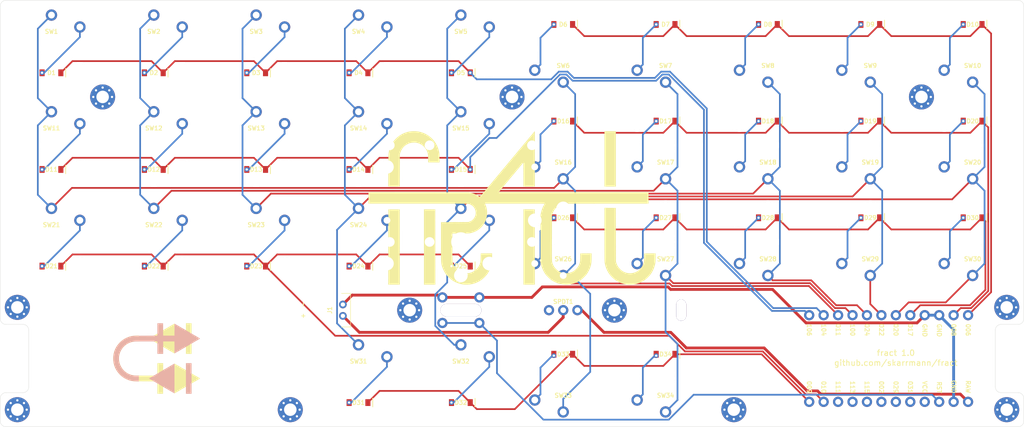
<source format=kicad_pcb>
(kicad_pcb (version 20240108) (generator "pcbnew") (generator_version "8.0")
  (title_block (title "Fract Choc") (date "2024-10-16") (rev "1.0") (company "skarrmann"))
  (layers (0 "F.Cu" signal) (31 "B.Cu" signal) (34 "B.Paste" user) (35 "F.Paste" user) (36 "B.SilkS" user "B.Silkscreen") (37 "F.SilkS" user "F.Silkscreen") (38 "B.Mask" user) (39 "F.Mask" user) (44 "Edge.Cuts" user))
  (net 0 "")
  (net 1 "GND")
  (net 2 "VCC")
  (net 3 "RESET")
  (net 4 "Net-(D1-A)")
  (net 5 "COL1")
  (net 6 "COL2")
  (net 7 "Net-(D2-A)")
  (net 8 "COL3")
  (net 9 "Net-(D3-A)")
  (net 10 "Net-(D4-A)")
  (net 11 "COL4")
  (net 12 "Net-(D5-A)")
  (net 13 "COL5")
  (net 14 "ROW5")
  (net 15 "Net-(D6-A)")
  (net 16 "ROW6")
  (net 17 "Net-(D7-A)")
  (net 18 "Net-(D8-A)")
  (net 19 "Net-(D9-A)")
  (net 20 "Net-(D10-A)")
  (net 21 "Net-(D11-A)")
  (net 22 "Net-(D12-A)")
  (net 23 "Net-(D13-A)")
  (net 24 "Net-(D14-A)")
  (net 25 "Net-(D15-A)")
  (net 26 "Net-(D16-A)")
  (net 27 "Net-(D17-A)")
  (net 28 "Net-(D18-A)")
  (net 29 "Net-(D19-A)")
  (net 30 "Net-(D20-A)")
  (net 31 "Net-(D21-A)")
  (net 32 "Net-(D22-A)")
  (net 33 "Net-(D23-A)")
  (net 34 "Net-(D24-A)")
  (net 35 "Net-(D25-A)")
  (net 36 "Net-(D26-A)")
  (net 37 "Net-(D27-A)")
  (net 38 "Net-(D28-A)")
  (net 39 "Net-(D29-A)")
  (net 40 "Net-(D30-A)")
  (net 41 "Net-(D31-A)")
  (net 42 "Net-(D32-A)")
  (net 43 "Net-(D33-A)")
  (net 44 "Net-(D34-A)")
  (net 51 "ROW7")
  (net 52 "ROW4")
  (net 53 "ROW2")
  (net 54 "ROW1")
  (net 55 "ROW3")
  (net 58 "BAT+")
  (net 60 "RAW")
  (footprint "fract-footprints:SW_Choc" (layer "F.Cu") (at 114 66 180)
    (property "Reference" "SW26")
    (property "Value" "SW_Push" (hide yes))
  )
  (footprint "fract-footprints:SW_Choc" (layer "F.Cu") (at 114 32 180)
    (property "Reference" "SW6")
    (property "Value" "SW_Push" (hide yes))
  )
  (footprint "fract-footprints:SW_Choc" (layer "F.Cu") (at 78 66)
    (property "Reference" "SW24")
    (property "Value" "SW_Push" (hide yes))
  )
  (footprint "fract-footprints:Cutout_nice!nano" (layer "F.Cu") (at 21 86.5 90)
    (property "Reference" "CUTOUT1" (hide yes))
    (property "Value" "Cutout-nice!nano" (hide yes))
  )
  (footprint "fract-footprints:SW_Choc" (layer "F.Cu") (at 60 32)
    (property "Reference" "SW3")
    (property "Value" "SW_Push" (hide yes))
  )
  (footprint "fract-footprints:D_SOD-123" (layer "F.Cu") (at 96 36.25 180)
    (property "Reference" "D5")
    (property "Value" "D" (hide yes))
  )
  (footprint "fract-footprints:D_SOD-123" (layer "F.Cu") (at 114 61.75 180)
    (property "Reference" "D26")
    (property "Value" "D" (hide yes))
  )
  (footprint "fract-footprints:D_SOD-123" (layer "F.Cu") (at 132 27.75 180)
    (property "Reference" "D7")
    (property "Value" "D" (hide yes))
  )
  (footprint "fract-footprints:JST_PH_S2B-PH-K_1x02_P2.00mm_Horizontal" (layer "F.Cu") (at 76.6 78 -90)
    (property "Reference" "J1")
    (property "Value" "Conn_01x02" (hide yes))
  )
  (footprint "fract-footprints:SW_Choc" (layer "F.Cu") (at 96 66)
    (property "Reference" "SW25")
    (property "Value" "SW_Push" (hide yes))
  )
  (footprint "fract-footprints:D_SOD-123" (layer "F.Cu") (at 60 36.25 180)
    (property "Reference" "D3")
    (property "Value" "D" (hide yes))
  )
  (footprint "fract-footprints:D_SOD-123" (layer "F.Cu") (at 42 53.25 180)
    (property "Reference" "D12")
    (property "Value" "D" (hide yes))
  )
  (footprint "fract-footprints:SW_Choc" (layer "F.Cu") (at 114 90 180)
    (property "Reference" "SW33")
    (property "Value" "SW_Push" (hide yes))
  )
  (footprint "fract-footprints:Mount_M2" (layer "F.Cu") (at 177 40.5)
    (property "Reference" "H3")
    (property "Value" "Hole_Pad" (hide yes))
  )
  (footprint "fract-footprints:SW_Choc" (layer "F.Cu") (at 114 49 180)
    (property "Reference" "SW16")
    (property "Value" "SW_Push" (hide yes))
  )
  (footprint "fract-footprints:SW_Choc" (layer "F.Cu") (at 96 32)
    (property "Reference" "SW5")
    (property "Value" "SW_Push" (hide yes))
  )
  (footprint "fract-footprints:SW_Choc" (layer "F.Cu") (at 24 49)
    (property "Reference" "SW11")
    (property "Value" "SW_Push" (hide yes))
  )
  (footprint "fract-footprints:D_SOD-123" (layer "F.Cu") (at 168 27.75 180)
    (property "Reference" "D9")
    (property "Value" "D" (hide yes))
  )
  (footprint "fract-footprints:Cutout_SW_Push_6mm" (layer "F.Cu") (at 114 78)
    (property "Reference" "CUTOUT3" (hide yes))
    (property "Value" "Cutout-BTN" (hide yes))
  )
  (footprint "fract-footprints:SW_Choc" (layer "F.Cu") (at 78 49)
    (property "Reference" "SW14")
    (property "Value" "SW_Push" (hide yes))
  )
  (footprint "fract-footprints:SW_Choc" (layer "F.Cu") (at 42 49)
    (property "Reference" "SW12")
    (property "Value" "SW_Push" (hide yes))
  )
  (footprint "fract-footprints:D_SOD-123" (layer "F.Cu") (at 168 61.75 180)
    (property "Reference" "D29")
    (property "Value" "D" (hide yes))
  )
  (footprint "fract-footprints:Mount_M2" (layer "F.Cu") (at 123 78)
    (property "Reference" "H6")
    (property "Value" "Hole_Pad" (hide yes))
  )
  (footprint "fract-footprints:Mount_M2" (layer "F.Cu") (at 33 40.5)
    (property "Reference" "H1")
    (property "Value" "Hole_Pad" (hide yes))
  )
  (footprint "fract-footprints:SW_Choc" (layer "F.Cu") (at 60 66)
    (property "Reference" "SW23")
    (property "Value" "SW_Push" (hide yes))
  )
  (footprint "fract-footprints:SW_Choc" (layer "F.Cu") (at 132 32 180)
    (property "Reference" "SW7")
    (property "Value" "SW_Push" (hide yes))
  )
  (footprint "fract-footprints:D_SOD-123" (layer "F.Cu") (at 42 36.25 180)
    (property "Reference" "D2")
    (property "Value" "D" (hide yes))
  )
  (footprint "fract-footprints:SW_Choc" (layer "F.Cu") (at 168 32 180)
    (property "Reference" "SW9")
    (property "Value" "SW_Push" (hide yes))
  )
  (footprint "fract-footprints:SW_Choc" (layer "F.Cu") (at 186 66 180)
    (property "Reference" "SW30")
    (property "Value" "SW_Push" (hide yes))
  )
  (footprint "fract-footprints:SW_Choc" (layer "F.Cu") (at 78 90)
    (property "Reference" "SW31")
    (property "Value" "SW_Push" (hide yes))
  )
  (footprint "fract-footprints:Cutout_JST_PH_S2B-PH-K_1x02_P2.00mm_Horizontal" (layer "F.Cu") (at 133.4 78 90)
    (property "Reference" "CUTOUT4" (hide yes))
    (property "Value" "Cutout-Conn" (hide yes))
  )
  (footprint "fract-footprints:D_SOD-123" (layer "F.Cu") (at 186 61.75 180)
    (property "Reference" "D30")
    (property "Value" "D" (hide yes))
  )
  (footprint "fract-footprints:SW_Choc" (layer "F.Cu") (at 150 49 180)
    (property "Reference" "SW18")
    (property "Value" "SW_Push" (hide yes))
  )
  (footprint "fract-footprints:SW_Choc" (layer "F.Cu") (at 24 66)
    (property "Reference" "SW21")
    (property "Value" "SW_Push" (hide yes))
  )
  (footprint "fract-footprints:D_SOD-123" (layer "F.Cu") (at 42 70.25 180)
    (property "Reference" "D22")
    (property "Value" "D" (hide yes))
  )
  (footprint "fract-footprints:SW_Choc" (layer "F.Cu") (at 96 90)
    (property "Reference" "SW32")
    (property "Value" "SW_Push" (hide yes))
  )
  (footprint "fract-footprints:D_SOD-123" (layer "F.Cu") (at 78 36.25 180)
    (property "Reference" "D4")
    (property "Value" "D" (hide yes))
  )
  (footprint "fract-footprints:SW_Push_6mm" (layer "F.Cu") (at 96 78 180)
    (property "Reference" "BTN1")
    (property "Value" "RESET" (hide yes))
  )
  (footprint "fract-footprints:D_SOD-123" (layer "F.Cu") (at 78 94.25 180)
    (property "Reference" "D31")
    (property "Value" "D" (hide yes))
  )
  (footprint "fract-footprints:D_SOD-123" (layer "F.Cu") (at 150 27.75 180)
    (property "Reference" "D8")
    (property "Value" "D" (hide yes))
  )
  (footprint "fract-footprints:D_SOD-123" (layer "F.Cu") (at 60 53.25 180)
    (property "Reference" "D13")
    (property "Value" "D" (hide yes))
  )
  (footprint "fract-footprints:D_SOD-123" (layer "F.Cu") (at 24 36.25 180)
    (property "Reference" "D1")
    (property "Value" "D" (hide yes))
  )
  (footprint "fract-footprints:SW_Choc" (layer "F.Cu") (at 60 49)
    (property "Reference" "SW13")
    (property "Value" "SW_Push" (hide yes))
  )
  (footprint "fract-footprints:SW_EG1218" (layer "F.Cu") (at 114 78 180)
    (property "Reference" "SPDT1")
    (property "Value" "SW_SPDT" (hide yes))
  )
  (footprint "fract-footprints:D_SOD-123" (layer "F.Cu") (at 24 70.25 180)
    (property "Reference" "D21")
    (property "Value" "D" (hide yes))
  )
  (footprint "fract-footprints:SW_Choc" (layer "F.Cu") (at 42 66)
    (property "Reference" "SW22")
    (property "Value" "SW_Push" (hide yes))
  )
  (footprint "fract-footprints:D_SOD-123" (layer "F.Cu") (at 132 85.75 180)
    (property "Reference" "D34")
    (property "Value" "D" (hide yes))
  )
  (footprint "fract-footprints:D_SOD-123" (layer "F.Cu") (at 168 44.75 180)
    (property "Reference" "D19")
    (property "Value" "D" (hide yes))
  )
  (footprint "fract-footprints:SW_Choc" (layer "F.Cu") (at 150 66 180)
    (property "Reference" "SW28")
    (property "Value" "SW_Push" (hide yes))
  )
  (footprint "fract-footprints:nice!nano" (layer "F.Cu") (at 189 86.5 -90)
    (property "Reference" "U1" (hide yes))
    (property "Value" "nice!nano" (hide yes))
  )
  (footprint "fract-footprints:Mount_M2" (layer "F.Cu") (at 66 95.5)
    (property "Reference" "H9")
    (property "Value" "Hole_Pad" (hide yes))
  )
  (footprint "fract-footprints:D_SOD-123" (layer "F.Cu") (at 96 53.25 180)
    (property "Reference" "D15")
    (property "Value" "D" (hide yes))
  )
  (footprint "fract-footprints:Logo_Fract_Name" (layer "F.Cu") (at 105 60)
    (property "Reference" "LOGO3" (hide yes))
    (property "Value" "Logo-Name" (hide yes))
  )
  (footprint "fract-footprints:D_SOD-123" (layer "F.Cu") (at 60 70.25 180)
    (property "Reference" "D23")
    (property "Value" "D" (hide yes))
  )
  (footprint "fract-footprints:Mount_M2" (layer "F.Cu") (at 105 40.5)
    (property "Reference" "H2")
    (property "Value" "Hole_Pad" (hide yes))
  )
  (footprint "fract-footprints:D_SOD-123" (layer "F.Cu") (at 114 44.75 180)
    (property "Reference" "D16")
    (property "Value" "D" (hide yes))
  )
  (footprint "fract-footprints:D_SOD-123" (layer "F.Cu") (at 150 61.75 180)
    (property "Reference" "D28")
    (property "Value" "D" (hide yes))
  )
  (footprint "fract-footprints:Mount_M2" (layer "F.Cu") (at 192 77.5)
    (property "Reference" "H7")
    (property "Value" "Hole_Pad" (hide yes))
  )
  (footprint "fract-footprints:SW_Choc" (layer "F.Cu") (at 132 90 180)
    (property "Reference" "SW34")
    (property "Value" "SW_Push" (hide yes))
  )
  (footprint "fract-footprints:Cutout_SW_EG1218" (layer "F.Cu") (at 96 78 180)
    (property "Reference" "CUTOUT2" (hide yes))
    (property "Value" "Cutout-SW_SPDT" (hide yes))
  )
  (footprint "fract-footprints:SW_Choc" (layer "F.Cu") (at 186 32 180)
    (property "Reference" "SW10")
    (property "Value" "SW_Push" (hide yes))
  )
  (footprint "fract-footprints:Mount_M2" (layer "F.Cu") (at 192 95.5)
    (property "Reference" "H11")
    (property "Value" "Hole_Pad" (hide yes))
  )
  (footprint "fract-footprints:D_SOD-123" (layer "F.Cu") (at 96 94.25 180)
    (property "Reference" "D32")
    (property "Value" "D" (hide yes))
  )
  (footprint "fract-footprints:D_SOD-123" (layer "F.Cu") (at 132 61.75 180)
    (property "Reference" "D27")
    (property "Value" "D" (hide yes))
  )
  (footprint "fract-footprints:SW_Choc" (layer "F.Cu") (at 132 49 180)
    (property "Reference" "SW17")
    (property "Value" "SW_Push" (hide yes))
  )
  (footprint "fract-footprints:D_SOD-123" (layer "F.Cu") (at 114 85.75 180)
    (property "Reference" "D33")
    (property "Value" "D" (hide yes))
  )
  (footprint "fract-footprints:Logo_Fract" (layer "F.Cu") (at 42.5 86.5 90)
    (property "Reference" "LOGO1" (hide yes))
    (property "Value" "Logo" (hide yes))
  )
  (footprint "fract-footprints:SW_Choc" (layer "F.Cu") (at 96 49)
    (property "Reference" "SW15")
    (property "Value" "SW_Push" (hide yes))
  )
  (footprint "fract-footprints:SW_Choc" (layer "F.Cu") (at 168 66 180)
    (property "Reference" "SW29")
    (property "Value" "SW_Push" (hide yes))
  )
  (footprint "fract-footprints:SW_Choc" (layer "F.Cu") (at 78 32)
    (property "Reference" "SW4")
    (property "Value" "SW_Push" (hide yes))
  )
  (footprint "fract-footprints:D_SOD-123" (layer "F.Cu") (at 114 27.75 180)
    (property "Reference" "D6")
    (property "Value" "D" (hide yes))
  )
  (footprint "fract-footprints:SW_Choc" (layer "F.Cu") (at 42 32)
    (property "Reference" "SW2")
    (property "Value" "SW_Push" (hide yes))
  )
  (footprint "fract-footprints:Mount_M2" (layer "F.Cu") (at 144 95.5)
    (property "Reference" "H10")
    (property "Value" "Hole_Pad" (hide yes))
  )
  (footprint "fract-footprints:Mount_M2" (layer "F.Cu") (at 18 77.5)
    (property "Reference" "H4")
    (property "Value" "Hole_Pad" (hide yes))
  )
  (footprint "fract-footprints:SW_Choc" (layer "F.Cu") (at 132 66 180)
    (property "Reference" "SW27")
    (property "Value" "SW_Push" (hide yes))
  )
  (footprint "fract-footprints:D_SOD-123" (layer "F.Cu") (at 186 44.75 180)
    (property "Reference" "D20")
    (property "Value" "D" (hide yes))
  )
  (footprint "fract-footprints:D_SOD-123" (layer "F.Cu") (at 150 44.75 180)
    (property "Reference" "D18")
    (property "Value" "D" (hide yes))
  )
  (footprint "fract-footprints:D_SOD-123" (layer "F.Cu") (at 24 53.25 180)
    (property "Reference" "D11")
    (property "Value" "D" (hide yes))
  )
  (footprint "fract-footprints:D_SOD-123" (layer "F.Cu") (at 78 53.25 180)
    (property "Reference" "D14")
    (property "Value" "D" (hide yes))
  )
  (footprint "fract-footprints:SW_Choc" (layer "F.Cu") (at 150 32 180)
    (property "Reference" "SW8")
    (property "Value" "SW_Push" (hide yes))
  )
  (footprint "fract-footprints:D_SOD-123" (layer "F.Cu") (at 186 27.75 180)
    (property "Reference" "D10")
    (property "Value" "D" (hide yes))
  )
  (footprint "fract-footprints:SW_Choc" (layer "F.Cu") (at 24 32)
    (property "Reference" "SW1")
    (property "Value" "SW_Push" (hide yes))
  )
  (footprint "fract-footprints:SW_Choc" (layer "F.Cu") (at 168 49 180)
    (property "Reference" "SW19")
    (property "Value" "SW_Push" (hide yes))
  )
  (footprint "fract-footprints:Mount_M2" (layer "F.Cu") (at 18 95.5)
    (property "Reference" "H8")
    (property "Value" "Hole_Pad" (hide yes))
  )
  (footprint "fract-footprints:D_SOD-123" (layer "F.Cu") (at 96 70.25 180)
    (property "Reference" "D25")
    (property "Value" "D" (hide yes))
  )
  (footprint "fract-footprints:SW_Choc" (layer "F.Cu") (at 186 49 180)
    (property "Reference" "SW20")
    (property "Value" "SW_Push" (hide yes))
  )
  (footprint "fract-footprints:D_SOD-123" (layer "F.Cu") (at 78 70.25 180)
    (property "Reference" "D24")
    (property "Value" "D" (hide yes))
  )
  (footprint "fract-footprints:D_SOD-123" (layer "F.Cu") (at 132 44.75 180)
    (property "Reference" "D17")
    (property "Value" "D" (hide yes))
  )
  (footprint "fract-footprints:Mount_M2" (layer "F.Cu") (at 87 78)
    (property "Reference" "H5")
    (property "Value" "Hole_Pad" (hide yes))
  )
  (footprint "fract-footprints:Logo_Fract" (layer "B.Cu") (at 42.5 86.5 -90)
    (property "Reference" "LOGO2" (hide yes))
    (property "Value" "Logo" (hide yes))
  )
  (gr_line (start 16 80.5) (end 19 80.5) (stroke (width 0.05)) (layer "Edge.Cuts"))
  (gr_line (start 19 92.5) (end 16 92.5) (stroke (width 0.05)) (layer "Edge.Cuts"))
  (gr_line (start 15 24.5) (end 15 79.5) (stroke (width 0.05)) (layer "Edge.Cuts"))
  (gr_arc (start 15 93.5) (mid 15.292893 92.792893) (end 16 92.5) (stroke (width 0.05)) (layer "Edge.Cuts"))
  (gr_arc (start 15 24.5) (mid 15.292893 23.792893) (end 16 23.5) (stroke (width 0.05)) (layer "Edge.Cuts"))
  (gr_arc (start 195 79.5) (mid 194.707107 80.207107) (end 194 80.5) (stroke (width 0.05)) (layer "Edge.Cuts"))
  (gr_arc (start 195 97.5) (mid 194.707107 98.207107) (end 194 98.5) (stroke (width 0.05)) (layer "Edge.Cuts"))
  (gr_arc (start 194 92.5) (mid 194.707107 92.792893) (end 195 93.5) (stroke (width 0.05)) (layer "Edge.Cuts"))
  (gr_arc (start 191 92.5) (mid 190.292893 92.207107) (end 190 91.5) (stroke (width 0.05)) (layer "Edge.Cuts"))
  (gr_line (start 195 93.5) (end 195 97.5) (stroke (width 0.05)) (layer "Edge.Cuts"))
  (gr_line (start 194 98.5) (end 16 98.5) (stroke (width 0.05)) (layer "Edge.Cuts"))
  (gr_line (start 194 23.5) (end 16 23.5) (stroke (width 0.05)) (layer "Edge.Cuts"))
  (gr_arc (start 20 91.5) (mid 19.707107 92.207107) (end 19 92.5) (stroke (width 0.05)) (layer "Edge.Cuts"))
  (gr_line (start 194 92.5) (end 191 92.5) (stroke (width 0.05)) (layer "Edge.Cuts"))
  (gr_arc (start 16 98.5) (mid 15.292893 98.207107) (end 15 97.5) (stroke (width 0.05)) (layer "Edge.Cuts"))
  (gr_arc (start 19 80.5) (mid 19.707107 80.792893) (end 20 81.5) (stroke (width 0.05)) (layer "Edge.Cuts"))
  (gr_arc (start 16 80.5) (mid 15.292893 80.207107) (end 15 79.5) (stroke (width 0.05)) (layer "Edge.Cuts"))
  (gr_line (start 190 91.5) (end 190 81.5) (stroke (width 0.05)) (layer "Edge.Cuts"))
  (gr_line (start 191 80.5) (end 194 80.5) (stroke (width 0.05)) (layer "Edge.Cuts"))
  (gr_arc (start 190 81.5) (mid 190.292893 80.792893) (end 191 80.5) (stroke (width 0.05)) (layer "Edge.Cuts"))
  (gr_line (start 195 79.5) (end 195 24.5) (stroke (width 0.05)) (layer "Edge.Cuts"))
  (gr_line (start 20 81.5) (end 20 91.5) (stroke (width 0.05)) (layer "Edge.Cuts"))
  (gr_line (start 15 93.5) (end 15 97.5) (stroke (width 0.05)) (layer "Edge.Cuts"))
  (gr_arc (start 194 23.5) (mid 194.707107 23.792893) (end 195 24.5) (stroke (width 0.05)) (layer "Edge.Cuts"))
  (gr_text "github.com/skarrmann/fract" (at 172.5 87.85 0) (layer "F.SilkS") (effects (font (size 1 1)) (justify bottom)))
  (gr_text "fract 1.0" (at 172.5 86.1 0) (layer "F.SilkS") (effects (font (size 1 1)) (justify bottom)))
  (segment (start 110.333705 73.903553) (end 108.487258 75.75) (width 0.5) (layer "F.Cu") (net 1))
  (segment (start 92.75 75.75) (end 99.25 75.75) (width 0.5) (layer "F.Cu") (net 1))
  (segment (start 132.447919 73.903553) (end 110.333705 73.903553) (width 0.5) (layer "F.Cu") (net 1))
  (segment (start 176.23 80.23) (end 156.700811 80.23) (width 0.5) (layer "F.Cu") (net 1))
  (segment (start 92.75 75.75) (end 92.35 75.35) (width 0.5) (layer "F.Cu") (net 1))
  (segment (start 132.894366 74.35) (end 132.447919 73.903553) (width 0.5) (layer "F.Cu") (net 1))
  (segment (start 92.35 75.35) (end 76.9 75.35) (width 0.5) (layer "F.Cu") (net 1))
  (segment (start 156.700811 80.23) (end 150.820811 74.35) (width 0.5) (layer "F.Cu") (net 1))
  (segment (start 108.487258 75.75) (end 99.25 75.75) (width 0.5) (layer "F.Cu") (net 1))
  (segment (start 177.58 78.88) (end 176.23 80.23) (width 0.5) (layer "F.Cu") (net 1))
  (segment (start 150.820811 74.35) (end 132.894366 74.35) (width 0.5) (layer "F.Cu") (net 1))
  (segment (start 76.9 75.35) (end 75.25 77) (width 0.5) (layer "F.Cu") (net 1))
  (segment (start 177.58 78.88) (end 180.12 78.88) (width 0.5) (layer "B.Cu") (net 1))
  (segment (start 182.66 94.12) (end 182.66 81.42) (width 0.5) (layer "B.Cu") (net 1))
  (segment (start 182.66 81.42) (end 180.12 78.88) (width 0.5) (layer "B.Cu") (net 1))
  (segment (start 110.517767 97.25) (end 102.35 89.082233) (width 0.3) (layer "B.Cu") (net 3))
  (segment (start 180.12 94.12) (end 178.87 92.87) (width 0.3) (layer "B.Cu") (net 3))
  (segment (start 136.939189 92.87) (end 132.559189 97.25) (width 0.3) (layer "B.Cu") (net 3))
  (segment (start 132.559189 97.25) (end 110.517767 97.25) (width 0.3) (layer "B.Cu") (net 3))
  (segment (start 102.35 83.35) (end 99.25 80.25) (width 0.3) (layer "B.Cu") (net 3))
  (segment (start 178.87 92.87) (end 136.939189 92.87) (width 0.3) (layer "B.Cu") (net 3))
  (segment (start 92.75 80.25) (end 99.25 80.25) (width 0.3) (layer "B.Cu") (net 3))
  (segment (start 102.35 89.082233) (end 102.35 83.35) (width 0.3) (layer "B.Cu") (net 3))
  (via (at 22.35 36.25) (size 0.8) (drill 0.4) (layers "F.Cu" "B.Cu") (net 4))
  (segment (start 29 28.2) (end 29 29.969848) (width 0.3) (layer "B.Cu") (net 4))
  (segment (start 29 29.969848) (end 22.719848 36.25) (width 0.3) (layer "B.Cu") (net 4))
  (segment (start 22.719848 36.25) (end 22.35 36.25) (width 0.3) (layer "B.Cu") (net 4))
  (segment (start 27.6 56.5) (end 112.4 56.5) (width 0.3) (layer "F.Cu") (net 5))
  (segment (start 162.34 78.88) (end 157.21 73.75) (width 0.3) (layer "F.Cu") (net 5))
  (segment (start 115.403553 73.303553) (end 114 71.9) (width 0.3) (layer "F.Cu") (net 5))
  (segment (start 24 60.1) (end 27.6 56.5) (width 0.3) (layer "F.Cu") (net 5))
  (segment (start 133.142894 73.75) (end 132.696447 73.303553) (width 0.3) (layer "F.Cu") (net 5))
  (segment (start 157.21 73.75) (end 133.142894 73.75) (width 0.3) (layer "F.Cu") (net 5))
  (segment (start 112.4 56.5) (end 114 54.9) (width 0.3) (layer "F.Cu") (net 5))
  (segment (start 132.696447 73.303553) (end 115.403553 73.303553) (width 0.3) (layer "F.Cu") (net 5))
  (segment (start 21.6 57.7) (end 21.6 45.5) (width 0.3) (layer "B.Cu") (net 5))
  (segment (start 21.6 28.5) (end 24 26.1) (width 0.3) (layer "B.Cu") (net 5))
  (segment (start 116.1 52.8) (end 114 54.9) (width 0.3) (layer "B.Cu") (net 5))
  (segment (start 114 54.9) (end 116.1 57) (width 0.3) (layer "B.Cu") (net 5))
  (segment (start 21.6 40.7) (end 21.6 28.5) (width 0.3) (layer "B.Cu") (net 5))
  (segment (start 114 37.9) (end 116.1 40) (width 0.3) (layer "B.Cu") (net 5))
  (segment (start 24 43.1) (end 21.6 40.7) (width 0.3) (layer "B.Cu") (net 5))
  (segment (start 118.75 88.85) (end 114 93.6) (width 0.3) (layer "B.Cu") (net 5))
  (segment (start 116.1 69.8) (end 114 71.9) (width 0.3) (layer "B.Cu") (net 5))
  (segment (start 116.1 40) (end 116.1 52.8) (width 0.3) (layer "B.Cu") (net 5))
  (segment (start 21.6 45.5) (end 24 43.1) (width 0.3) (layer "B.Cu") (net 5))
  (segment (start 118.75 75.12868) (end 118.75 88.85) (width 0.3) (layer "B.Cu") (net 5))
  (segment (start 115.52132 71.9) (end 118.75 75.12868) (width 0.3) (layer "B.Cu") (net 5))
  (segment (start 114 71.9) (end 115.52132 71.9) (width 0.3) (layer "B.Cu") (net 5))
  (segment (start 116.1 57) (end 116.1 69.8) (width 0.3) (layer "B.Cu") (net 5))
  (segment (start 114 93.6) (end 114 95.9) (width 0.3) (layer "B.Cu") (net 5))
  (segment (start 24 60.1) (end 21.6 57.7) (width 0.3) (layer "B.Cu") (net 5))
  (segment (start 157.417106 73.25) (end 133.35 73.25) (width 0.3) (layer "F.Cu") (net 6))
  (segment (start 163.63 77.63) (end 161.797106 77.63) (width 0.3) (layer "F.Cu") (net 6))
  (segment (start 164.88 78.88) (end 163.63 77.63) (width 0.3) (layer "F.Cu") (net 6))
  (segment (start 129.9 57) (end 132 54.9) (width 0.3) (layer "F.Cu") (net 6))
  (segment (start 161.797106 77.63) (end 157.417106 73.25) (width 0.3) (layer "F.Cu") (net 6))
  (segment (start 45.1 57) (end 129.9 57) (width 0.3) (layer "F.Cu") (net 6))
  (segment (start 42 60.1) (end 45.1 57) (width 0.3) (layer "F.Cu") (net 6))
  (segment (start 133.35 73.25) (end 132 71.9) (width 0.3) (layer "F.Cu") (net 6))
  (segment (start 132 81.837258) (end 134.1 83.937258) (width 0.3) (layer "B.Cu") (net 6))
  (segment (start 134.1 40) (end 134.1 52.8) (width 0.3) (layer "B.Cu") (net 6))
  (segment (start 134.1 93.8) (end 132 95.9) (width 0.3) (layer "B.Cu") (net 6))
  (segment (start 132 54.9) (end 134.1 57) (width 0.3) (layer "B.Cu") (net 6))
  (segment (start 132 71.9) (end 132 81.837258) (width 0.3) (layer "B.Cu") (net 6))
  (segment (start 39.6 45.5) (end 42 43.1) (width 0.3) (layer "B.Cu") (net 6))
  (segment (start 39.6 57.7) (end 39.6 45.5) (width 0.3) (layer "B.Cu") (net 6))
  (segment (start 134.1 83.937258) (end 134.1 93.8) (width 0.3) (layer "B.Cu") (net 6))
  (segment (start 39.6 28.5) (end 42 26.1) (width 0.3) (layer "B.Cu") (net 6))
  (segment (start 134.1 69.8) (end 132 71.9) (width 0.3) (layer "B.Cu") (net 6))
  (segment (start 134.1 52.8) (end 132 54.9) (width 0.3) (layer "B.Cu") (net 6))
  (segment (start 134.1 57) (end 134.1 69.8) (width 0.3) (layer "B.Cu") (net 6))
  (segment (start 39.6 40.7) (end 39.6 28.5) (width 0.3) (layer "B.Cu") (net 6))
  (segment (start 132 37.9) (end 134.1 40) (width 0.3) (layer "B.Cu") (net 6))
  (segment (start 42 60.1) (end 39.6 57.7) (width 0.3) (layer "B.Cu") (net 6))
  (segment (start 42 43.1) (end 39.6 40.7) (width 0.3) (layer "B.Cu") (net 6))
  (via (at 40.35 36.25) (size 0.8) (drill 0.4) (layers "F.Cu" "B.Cu") (net 7))
  (segment (start 47 28.2) (end 47 29.969848) (width 0.3) (layer "B.Cu") (net 7))
  (segment (start 47 29.969848) (end 40.719848 36.25) (width 0.3) (layer "B.Cu") (net 7))
  (segment (start 40.719848 36.25) (end 40.35 36.25) (width 0.3) (layer "B.Cu") (net 7))
  (segment (start 165.67 77.13) (end 162.004212 77.13) (width 0.3) (layer "F.Cu") (net 8))
  (segment (start 167.42 78.88) (end 165.67 77.13) (width 0.3) (layer "F.Cu") (net 8))
  (segment (start 150.85 72.75) (end 150 71.9) (width 0.3) (layer "F.Cu") (net 8))
  (segment (start 160.287106 75.412893) (end 157.624213 72.75) (width 0.3) (layer "F.Cu") (net 8))
  (segment (start 162.004212 77.13) (end 160.287106 75.412894) (width 0.3) (layer "F.Cu") (net 8))
  (segment (start 147.4 57.5) (end 150 54.9) (width 0.3) (layer "F.Cu") (net 8))
  (segment (start 62.6 57.5) (end 147.4 57.5) (width 0.3) (layer "F.Cu") (net 8))
  (segment (start 60 60.1) (end 62.6 57.5) (width 0.3) (layer "F.Cu") (net 8))
  (segment (start 157.624213 72.75) (end 150.85 72.75) (width 0.3) (layer "F.Cu") (net 8))
  (segment (start 160.287106 75.412894) (end 160.287106 75.412893) (width 0.3) (layer "F.Cu") (net 8))
  (segment (start 152.1 57) (end 152.1 69.8) (width 0.3) (layer "B.Cu") (net 8))
  (segment (start 152.1 69.8) (end 150 71.9) (width 0.3) (layer "B.Cu") (net 8))
  (segment (start 57.6 40.7) (end 57.6 28.5) (width 0.3) (layer "B.Cu") (net 8))
  (segment (start 57.6 28.5) (end 60 26.1) (width 0.3) (layer "B.Cu") (net 8))
  (segment (start 57.6 57.7) (end 57.6 45.5) (width 0.3) (layer "B.Cu") (net 8))
  (segment (start 150 54.9) (end 152.1 57) (width 0.3) (layer "B.Cu") (net 8))
  (segment (start 60 43.1) (end 57.6 40.7) (width 0.3) (layer "B.Cu") (net 8))
  (segment (start 152.1 52.8) (end 150 54.9) (width 0.3) (layer "B.Cu") (net 8))
  (segment (start 152.1 40) (end 152.1 52.8) (width 0.3) (layer "B.Cu") (net 8))
  (segment (start 60 60.1) (end 57.6 57.7) (width 0.3) (layer "B.Cu") (net 8))
  (segment (start 150 37.9) (end 152.1 40) (width 0.3) (layer "B.Cu") (net 8))
  (segment (start 57.6 45.5) (end 60 43.1) (width 0.3) (layer "B.Cu") (net 8))
  (via (at 58.35 36.25) (size 0.8) (drill 0.4) (layers "F.Cu" "B.Cu") (net 9))
  (segment (start 58.719848 36.25) (end 58.35 36.25) (width 0.3) (layer "B.Cu") (net 9))
  (segment (start 65 29.969848) (end 58.719848 36.25) (width 0.3) (layer "B.Cu") (net 9))
  (segment (start 65 28.2) (end 65 29.969848) (width 0.3) (layer "B.Cu") (net 9))
  (via (at 76.35 36.25) (size 0.8) (drill 0.4) (layers "F.Cu" "B.Cu") (net 10))
  (segment (start 76.719848 36.25) (end 76.35 36.25) (width 0.3) (layer "B.Cu") (net 10))
  (segment (start 83 28.2) (end 83 29.969848) (width 0.3) (layer "B.Cu") (net 10))
  (segment (start 83 29.969848) (end 76.719848 36.25) (width 0.3) (layer "B.Cu") (net 10))
  (segment (start 169.96 78.88) (end 168 76.92) (width 0.3) (layer "F.Cu") (net 11))
  (segment (start 164.9 58) (end 168 54.9) (width 0.3) (layer "F.Cu") (net 11))
  (segment (start 80.1 58) (end 164.9 58) (width 0.3) (layer "F.Cu") (net 11))
  (segment (start 78 60.1) (end 80.1 58) (width 0.3) (layer "F.Cu") (net 11))
  (segment (start 168 76.92) (end 168 71.9) (width 0.3) (layer "F.Cu") (net 11))
  (segment (start 78 43.1) (end 75.6 40.7) (width 0.3) (layer "B.Cu") (net 11))
  (segment (start 75.6 40.7) (end 75.6 28.5) (width 0.3) (layer "B.Cu") (net 11))
  (segment (start 170.1 52.8) (end 168 54.9) (width 0.3) (layer "B.Cu") (net 11))
  (segment (start 74.225 63.875) (end 74.225 80.325) (width 0.3) (layer "B.Cu") (net 11))
  (segment (start 78 60.1) (end 74.225 63.875) (width 0.3) (layer "B.Cu") (net 11))
  (segment (start 74.225 80.325) (end 78 84.1) (width 0.3) (layer "B.Cu") (net 11))
  (segment (start 170.1 57) (end 170.1 69.8) (width 0.3) (layer "B.Cu") (net 11))
  (segment (start 168 54.9) (end 170.1 57) (width 0.3) (layer "B.Cu") (net 11))
  (segment (start 168 37.9) (end 170.1 40) (width 0.3) (layer "B.Cu") (net 11))
  (segment (start 78 60.1) (end 75.6 57.7) (width 0.3) (layer "B.Cu") (net 11))
  (segment (start 75.6 45.5) (end 78 43.1) (width 0.3) (layer "B.Cu") (net 11))
  (segment (start 75.6 28.5) (end 78 26.1) (width 0.3) (layer "B.Cu") (net 11))
  (segment (start 170.1 40) (end 170.1 52.8) (width 0.3) (layer "B.Cu") (net 11))
  (segment (start 75.6 57.7) (end 75.6 45.5) (width 0.3) (layer "B.Cu") (net 11))
  (segment (start 170.1 69.8) (end 168 71.9) (width 0.3) (layer "B.Cu") (net 11))
  (via (at 94.35 36.25) (size 0.8) (drill 0.4) (layers "F.Cu" "B.Cu") (net 12))
  (segment (start 101 29.969848) (end 94.719848 36.25) (width 0.3) (layer "B.Cu") (net 12))
  (segment (start 101 28.2) (end 101 29.969848) (width 0.3) (layer "B.Cu") (net 12))
  (segment (start 94.719848 36.25) (end 94.35 36.25) (width 0.3) (layer "B.Cu") (net 12))
  (segment (start 97.6 58.5) (end 182.4 58.5) (width 0.3) (layer "F.Cu") (net 13))
  (segment (start 174.75 76.63) (end 181.27 76.63) (width 0.3) (layer "F.Cu") (net 13))
  (segment (start 172.5 78.88) (end 174.75 76.63) (width 0.3) (layer "F.Cu") (net 13))
  (segment (start 181.27 76.63) (end 186 71.9) (width 0.3) (layer "F.Cu") (net 13))
  (segment (start 96 60.1) (end 97.6 58.5) (width 0.3) (layer "F.Cu") (net 13))
  (segment (start 182.4 58.5) (end 186 54.9) (width 0.3) (layer "F.Cu") (net 13))
  (segment (start 186 54.9) (end 188.1 57) (width 0.3) (layer "B.Cu") (net 13))
  (segment (start 96 43.1) (end 93.6 40.7) (width 0.3) (layer "B.Cu") (net 13))
  (segment (start 188.1 52.8) (end 186 54.9) (width 0.3) (layer "B.Cu") (net 13))
  (segment (start 96 60.1) (end 93.6 62.5) (width 0.3) (layer "B.Cu") (net 13))
  (segment (start 91.5 80.767767) (end 94.832233 84.1) (width 0.3) (layer "B.Cu") (net 13))
  (segment (start 91.5 75.232233) (end 91.5 80.767767) (width 0.3) (layer "B.Cu") (net 13))
  (segment (start 93.6 45.5) (end 96 43.1) (width 0.3) (layer "B.Cu") (net 13))
  (segment (start 93.6 40.7) (end 93.6 28.5) (width 0.3) (layer "B.Cu") (net 13))
  (segment (start 93.6 28.5) (end 96 26.1) (width 0.3) (layer "B.Cu") (net 13))
  (segment (start 93.6 73.132233) (end 91.5 75.232233) (width 0.3) (layer "B.Cu") (net 13))
  (segment (start 96 60.1) (end 93.6 57.7) (width 0.3) (layer "B.Cu") (net 13))
  (segment (start 93.6 57.7) (end 93.6 45.5) (width 0.3) (layer "B.Cu") (net 13))
  (segment (start 188.1 57) (end 188.1 69.8) (width 0.3) (layer "B.Cu") (net 13))
  (segment (start 186 37.9) (end 188.1 40) (width 0.3) (layer "B.Cu") (net 13))
  (segment (start 94.832233 84.1) (end 96 84.1) (width 0.3) (layer "B.Cu") (net 13))
  (segment (start 188.1 40) (end 188.1 52.8) (width 0.3) (layer "B.Cu") (net 13))
  (segment (start 188.1 69.8) (end 186 71.9) (width 0.3) (layer "B.Cu") (net 13))
  (segment (start 93.6 62.5) (end 93.6 73.132233) (width 0.3) (layer "B.Cu") (net 13))
  (segment (start 149.623553 85.776447) (end 149.423553 85.576446) (width 0.3) (layer "F.Cu") (net 14))
  (segment (start 73.9 82.5) (end 61.65 70.25) (width 0.3) (layer "F.Cu") (net 14))
  (segment (start 43.65 70.25) (end 45.7 68.2) (width 0.3) (layer "F.Cu") (net 14))
  (segment (start 135.412742 85.25) (end 132.662742 82.5) (width 0.3) (layer "F.Cu") (net 14))
  (segment (start 149.423553 85.576446) (end 149.097107 85.25) (width 0.3) (layer "F.Cu") (net 14))
  (segment (start 45.7 68.2) (end 59.6 68.2) (width 0.3) (layer "F.Cu") (net 14))
  (segment (start 25.65 70.25) (end 27.7 68.2) (width 0.3) (layer "F.Cu") (net 14))
  (segment (start 63.7 68.2) (end 77.6 68.2) (width 0.3) (layer "F.Cu") (net 14))
  (segment (start 156.647106 92.8) (end 149.623553 85.776447) (width 0.3) (layer "F.Cu") (net 14))
  (segment (start 41.6 68.2) (end 43.65 70.25) (width 0.3) (layer "F.Cu") (net 14))
  (segment (start 59.6 68.2) (end 61.65 70.25) (width 0.3) (layer "F.Cu") (net 14))
  (segment (start 149.097107 85.25) (end 135.412742 85.25) (width 0.3) (layer "F.Cu") (net 14))
  (segment (start 132.662742 82.5) (end 73.9 82.5) (width 0.3) (layer "F.Cu") (net 14))
  (segment (start 77.6 68.2) (end 79.65 70.25) (width 0.3) (layer "F.Cu") (net 14))
  (segment (start 27.7 68.2) (end 41.6 68.2) (width 0.3) (layer "F.Cu") (net 14))
  (segment (start 79.65 70.25) (end 81.7 68.2) (width 0.3) (layer "F.Cu") (net 14))
  (segment (start 61.65 70.25) (end 63.7 68.2) (width 0.3) (layer "F.Cu") (net 14))
  (segment (start 95.6 68.2) (end 97.65 70.25) (width 0.3) (layer "F.Cu") (net 14))
  (segment (start 158.48 92.8) (end 156.647106 92.8) (width 0.3) (layer "F.Cu") (net 14))
  (segment (start 81.7 68.2) (end 95.6 68.2) (width 0.3) (layer "F.Cu") (net 14))
  (segment (start 159.8 94.12) (end 158.48 92.8) (width 0.3) (layer "F.Cu") (net 14))
  (via (at 112.35 27.75) (size 0.8) (drill 0.4) (layers "F.Cu" "B.Cu") (net 15))
  (segment (start 109 35.8) (end 110 34.8) (width 0.3) (layer "B.Cu") (net 15))
  (segment (start 110 34.8) (end 110 30.1) (width 0.3) (layer "B.Cu") (net 15))
  (segment (start 110 30.1) (end 112.35 27.75) (width 0.3) (layer "B.Cu") (net 15))
  (segment (start 153.7 63.8) (end 151.65 61.75) (width 0.3) (layer "F.Cu") (net 16))
  (segment (start 135.7 63.8) (end 133.65 61.75) (width 0.3) (layer "F.Cu") (net 16))
  (segment (start 117.7 63.8) (end 115.65 61.75) (width 0.3) (layer "F.Cu") (net 16))
  (segment (start 187.65 61.75) (end 185.6 63.8) (width 0.3) (layer "F.Cu") (net 16))
  (segment (start 188.25 74.415788) (end 188.25 62.35) (width 0.3) (layer "F.Cu") (net 16))
  (segment (start 171.7 63.8) (end 169.65 61.75) (width 0.3) (layer "F.Cu") (net 16))
  (segment (start 176.79 77.13) (end 185.535788 77.13) (width 0.3) (layer "F.Cu") (net 16))
  (segment (start 167.6 63.8) (end 153.7 63.8) (width 0.3) (layer "F.Cu") (net 16))
  (segment (start 133.65 61.75) (end 131.6 63.8) (width 0.3) (layer "F.Cu") (net 16))
  (segment (start 151.65 61.75) (end 149.6 63.8) (width 0.3) (layer "F.Cu") (net 16))
  (segment (start 185.6 63.8) (end 171.7 63.8) (width 0.3) (layer "F.Cu") (net 16))
  (segment (start 149.6 63.8) (end 135.7 63.8) (width 0.3) (layer "F.Cu") (net 16))
  (segment (start 175.04 78.88) (end 176.79 77.13) (width 0.3) (layer "F.Cu") (net 16))
  (segment (start 188.25 62.35) (end 187.65 61.75) (width 0.3) (layer "F.Cu") (net 16))
  (segment (start 131.6 63.8) (end 117.7 63.8) (width 0.3) (layer "F.Cu") (net 16))
  (segment (start 169.65 61.75) (end 167.6 63.8) (width 0.3) (layer "F.Cu") (net 16))
  (segment (start 185.535788 77.13) (end 188.25 74.415788) (width 0.3) (layer "F.Cu") (net 16))
  (via (at 130.35 27.75) (size 0.8) (drill 0.4) (layers "F.Cu" "B.Cu") (net 17))
  (segment (start 128 34.8) (end 128 30.1) (width 0.3) (layer "B.Cu") (net 17))
  (segment (start 128 30.1) (end 130.35 27.75) (width 0.3) (layer "B.Cu") (net 17))
  (segment (start 127 35.8) (end 128 34.8) (width 0.3) (layer "B.Cu") (net 17))
  (via (at 148.35 27.75) (size 0.8) (drill 0.4) (layers "F.Cu" "B.Cu") (net 18))
  (segment (start 146 30.1) (end 148.35 27.75) (width 0.3) (layer "B.Cu") (net 18))
  (segment (start 145 35.8) (end 146 34.8) (width 0.3) (layer "B.Cu") (net 18))
  (segment (start 146 34.8) (end 146 30.1) (width 0.3) (layer "B.Cu") (net 18))
  (via (at 166.35 27.75) (size 0.8) (drill 0.4) (layers "F.Cu" "B.Cu") (net 19))
  (segment (start 164 30.1) (end 166.35 27.75) (width 0.3) (layer "B.Cu") (net 19))
  (segment (start 164 34.8) (end 164 30.1) (width 0.3) (layer "B.Cu") (net 19))
  (segment (start 163 35.8) (end 164 34.8) (width 0.3) (layer "B.Cu") (net 19))
  (via (at 184.35 27.75) (size 0.8) (drill 0.4) (layers "F.Cu" "B.Cu") (net 20))
  (segment (start 182 34.8) (end 182 30.1) (width 0.3) (layer "B.Cu") (net 20))
  (segment (start 181 35.8) (end 182 34.8) (width 0.3) (layer "B.Cu") (net 20))
  (segment (start 182 30.1) (end 184.35 27.75) (width 0.3) (layer "B.Cu") (net 20))
  (via (at 22.35 53.25) (size 0.8) (drill 0.4) (layers "F.Cu" "B.Cu") (net 21))
  (segment (start 29 46.969848) (end 22.719848 53.25) (width 0.3) (layer "B.Cu") (net 21))
  (segment (start 22.719848 53.25) (end 22.35 53.25) (width 0.3) (layer "B.Cu") (net 21))
  (segment (start 29 45.2) (end 29 46.969848) (width 0.3) (layer "B.Cu") (net 21))
  (via (at 40.35 53.25) (size 0.8) (drill 0.4) (layers "F.Cu" "B.Cu") (net 22))
  (segment (start 40.719848 53.25) (end 40.35 53.25) (width 0.3) (layer "B.Cu") (net 22))
  (segment (start 47 45.2) (end 47 46.969848) (width 0.3) (layer "B.Cu") (net 22))
  (segment (start 47 46.969848) (end 40.719848 53.25) (width 0.3) (layer "B.Cu") (net 22))
  (via (at 58.35 53.25) (size 0.8) (drill 0.4) (layers "F.Cu" "B.Cu") (net 23))
  (segment (start 65 46.969848) (end 58.719848 53.25) (width 0.3) (layer "B.Cu") (net 23))
  (segment (start 65 45.2) (end 65 46.969848) (width 0.3) (layer "B.Cu") (net 23))
  (segment (start 58.719848 53.25) (end 58.35 53.25) (width 0.3) (layer "B.Cu") (net 23))
  (via (at 76.35 53.25) (size 0.8) (drill 0.4) (layers "F.Cu" "B.Cu") (net 24))
  (segment (start 76.719848 53.25) (end 76.35 53.25) (width 0.3) (layer "B.Cu") (net 24))
  (segment (start 83 45.2) (end 83 46.969848) (width 0.3) (layer "B.Cu") (net 24))
  (segment (start 83 46.969848) (end 76.719848 53.25) (width 0.3) (layer "B.Cu") (net 24))
  (via (at 94.35 53.25) (size 0.8) (drill 0.4) (layers "F.Cu" "B.Cu") (net 25))
  (segment (start 101 46.969848) (end 94.719848 53.25) (width 0.3) (layer "B.Cu") (net 25))
  (segment (start 94.719848 53.25) (end 94.35 53.25) (width 0.3) (layer "B.Cu") (net 25))
  (segment (start 101 45.2) (end 101 46.969848) (width 0.3) (layer "B.Cu") (net 25))
  (via (at 112.35 44.75) (size 0.8) (drill 0.4) (layers "F.Cu" "B.Cu") (net 26))
  (segment (start 110 51.8) (end 110 47.1) (width 0.3) (layer "B.Cu") (net 26))
  (segment (start 110 47.1) (end 112.35 44.75) (width 0.3) (layer "B.Cu") (net 26))
  (segment (start 109 52.8) (end 110 51.8) (width 0.3) (layer "B.Cu") (net 26))
  (via (at 130.35 44.75) (size 0.8) (drill 0.4) (layers "F.Cu" "B.Cu") (net 27))
  (segment (start 128 51.8) (end 128 47.1) (width 0.3) (layer "B.Cu") (net 27))
  (segment (start 127 52.8) (end 128 51.8) (width 0.3) (layer "B.Cu") (net 27))
  (segment (start 128 47.1) (end 130.35 44.75) (width 0.3) (layer "B.Cu") (net 27))
  (via (at 148.35 44.75) (size 0.8) (drill 0.4) (layers "F.Cu" "B.Cu") (net 28))
  (segment (start 146 47.1) (end 148.35 44.75) (width 0.3) (layer "B.Cu") (net 28))
  (segment (start 146 51.8) (end 146 47.1) (width 0.3) (layer "B.Cu") (net 28))
  (segment (start 145 52.8) (end 146 51.8) (width 0.3) (layer "B.Cu") (net 28))
  (via (at 166.35 44.75) (size 0.8) (drill 0.4) (layers "F.Cu" "B.Cu") (net 29))
  (segment (start 164 47.1) (end 166.35 44.75) (width 0.3) (layer "B.Cu") (net 29))
  (segment (start 164 51.8) (end 164 47.1) (width 0.3) (layer "B.Cu") (net 29))
  (segment (start 163 52.8) (end 164 51.8) (width 0.3) (layer "B.Cu") (net 29))
  (via (at 184.35 44.75) (size 0.8) (drill 0.4) (layers "F.Cu" "B.Cu") (net 30))
  (segment (start 182 47.1) (end 184.35 44.75) (width 0.3) (layer "B.Cu") (net 30))
  (segment (start 182 51.8) (end 182 47.1) (width 0.3) (layer "B.Cu") (net 30))
  (segment (start 181 52.8) (end 182 51.8) (width 0.3) (layer "B.Cu") (net 30))
  (via (at 22.35 70.25) (size 0.8) (drill 0.4) (layers "F.Cu" "B.Cu") (net 31))
  (segment (start 29 62.2) (end 29 63.969848) (width 0.3) (layer "B.Cu") (net 31))
  (segment (start 22.719848 70.25) (end 22.35 70.25) (width 0.3) (layer "B.Cu") (net 31))
  (segment (start 29 63.969848) (end 22.719848 70.25) (width 0.3) (layer "B.Cu") (net 31))
  (via (at 40.35 70.25) (size 0.8) (drill 0.4) (layers "F.Cu" "B.Cu") (net 32))
  (segment (start 40.719848 70.25) (end 40.35 70.25) (width 0.3) (layer "B.Cu") (net 32))
  (segment (start 47 63.969848) (end 40.719848 70.25) (width 0.3) (layer "B.Cu") (net 32))
  (segment (start 47 62.2) (end 47 63.969848) (width 0.3) (layer "B.Cu") (net 32))
  (via (at 58.35 70.25) (size 0.8) (drill 0.4) (layers "F.Cu" "B.Cu") (net 33))
  (segment (start 65 62.2) (end 65 63.969848) (width 0.3) (layer "B.Cu") (net 33))
  (segment (start 58.719848 70.25) (end 58.35 70.25) (width 0.3) (layer "B.Cu") (net 33))
  (segment (start 65 63.969848) (end 58.719848 70.25) (width 0.3) (layer "B.Cu") (net 33))
  (via (at 76.35 70.25) (size 0.8) (drill 0.4) (layers "F.Cu" "B.Cu") (net 34))
  (segment (start 83 63.969848) (end 76.719848 70.25) (width 0.3) (layer "B.Cu") (net 34))
  (segment (start 76.719848 70.25) (end 76.35 70.25) (width 0.3) (layer "B.Cu") (net 34))
  (segment (start 83 62.2) (end 83 63.969848) (width 0.3) (layer "B.Cu") (net 34))
  (via (at 94.35 70.25) (size 0.8) (drill 0.4) (layers "F.Cu" "B.Cu") (net 35))
  (segment (start 101 63.969848) (end 94.719848 70.25) (width 0.3) (layer "B.Cu") (net 35))
  (segment (start 101 62.2) (end 101 63.969848) (width 0.3) (layer "B.Cu") (net 35))
  (segment (start 94.719848 70.25) (end 94.35 70.25) (width 0.3) (layer "B.Cu") (net 35))
  (via (at 112.35 61.75) (size 0.8) (drill 0.4) (layers "F.Cu" "B.Cu") (net 36))
  (segment (start 110 68.8) (end 110 64.1) (width 0.3) (layer "B.Cu") (net 36))
  (segment (start 109 69.8) (end 110 68.8) (width 0.3) (layer "B.Cu") (net 36))
  (segment (start 110 64.1) (end 112.35 61.75) (width 0.3) (layer "B.Cu") (net 36))
  (via (at 130.35 61.75) (size 0.8) (drill 0.4) (layers "F.Cu" "B.Cu") (net 37))
  (segment (start 128 68.8) (end 128 64.1) (width 0.3) (layer "B.Cu") (net 37))
  (segment (start 127 69.8) (end 128 68.8) (width 0.3) (layer "B.Cu") (net 37))
  (segment (start 128 64.1) (end 130.35 61.75) (width 0.3) (layer "B.Cu") (net 37))
  (via (at 148.35 61.75) (size 0.8) (drill 0.4) (layers "F.Cu" "B.Cu") (net 38))
  (segment (start 146 68.8) (end 146 64.1) (width 0.3) (layer "B.Cu") (net 38))
  (segment (start 145 69.8) (end 146 68.8) (width 0.3) (layer "B.Cu") (net 38))
  (segment (start 146 64.1) (end 148.35 61.75) (width 0.3) (layer "B.Cu") (net 38))
  (via (at 166.35 61.75) (size 0.8) (drill 0.4) (layers "F.Cu" "B.Cu") (net 39))
  (segment (start 163 69.8) (end 164 68.8) (width 0.3) (layer "B.Cu") (net 39))
  (segment (start 164 68.8) (end 164 64.1) (width 0.3) (layer "B.Cu") (net 39))
  (segment (start 164 64.1) (end 166.35 61.75) (width 0.3) (layer "B.Cu") (net 39))
  (via (at 184.35 61.75) (size 0.8) (drill 0.4) (layers "F.Cu" "B.Cu") (net 40))
  (segment (start 182 68.8) (end 182 64.1) (width 0.3) (layer "B.Cu") (net 40))
  (segment (start 182 64.1) (end 184.35 61.75) (width 0.3) (layer "B.Cu") (net 40))
  (segment (start 181 69.8) (end 182 68.8) (width 0.3) (layer "B.Cu") (net 40))
  (via (at 76.35 94.25) (size 0.8) (drill 0.4) (layers "F.Cu" "B.Cu") (net 41))
  (segment (start 76.719848 94.25) (end 76.35 94.25) (width 0.3) (layer "B.Cu") (net 41))
  (segment (start 83 86.2) (end 83 87.969848) (width 0.3) (layer "B.Cu") (net 41))
  (segment (start 83 87.969848) (end 76.719848 94.25) (width 0.3) (layer "B.Cu") (net 41))
  (via (at 94.35 94.25) (size 0.8) (drill 0.4) (layers "F.Cu" "B.Cu") (net 42))
  (segment (start 101 86.2) (end 101 87.969848) (width 0.3) (layer "B.Cu") (net 42))
  (segment (start 101 87.969848) (end 94.719848 94.25) (width 0.3) (layer "B.Cu") (net 42))
  (segment (start 94.719848 94.25) (end 94.35 94.25) (width 0.3) (layer "B.Cu") (net 42))
  (via (at 112.35 86) (size 0.8) (drill 0.4) (layers "F.Cu" "B.Cu") (net 43))
  (segment (start 110 92.8) (end 110 88.1) (width 0.3) (layer "B.Cu") (net 43))
  (segment (start 110 88.1) (end 112.35 85.75) (width 0.3) (layer "B.Cu") (net 43))
  (segment (start 109 93.8) (end 110 92.8) (width 0.3) (layer "B.Cu") (net 43))
  (via (at 130.35 86) (size 0.8) (drill 0.4) (layers "F.Cu" "B.Cu") (net 44))
  (segment (start 128 88.1) (end 130.35 85.75) (width 0.3) (layer "B.Cu") (net 44))
  (segment (start 127 93.8) (end 128 92.8) (width 0.3) (layer "B.Cu") (net 44))
  (segment (start 128 92.8) (end 128 88.1) (width 0.3) (layer "B.Cu") (net 44))
  (segment (start 97.65 94.25) (end 98.8 95.4) (width 0.3) (layer "F.Cu") (net 51))
  (segment (start 131.6 87.8) (end 117.7 87.8) (width 0.3) (layer "F.Cu") (net 51))
  (segment (start 117.7 87.8) (end 115.65 85.75) (width 0.3) (layer "F.Cu") (net 51))
  (segment (start 81.7 92.2) (end 95.6 92.2) (width 0.3) (layer "F.Cu") (net 51))
  (segment (start 115.65 85.75) (end 115.140811 85.75) (width 0.3) (layer "F.Cu") (net 51))
  (segment (start 157.26 94.12) (end 148.89 85.75) (width 0.3) (layer "F.Cu") (net 51))
  (segment (start 98.8 95.4) (end 105.490811 95.4) (width 0.3) (layer "F.Cu") (net 51))
  (segment (start 79.65 94.25) (end 81.7 92.2) (width 0.3) (layer "F.Cu") (net 51))
  (segment (start 105.490811 95.4) (end 115.140811 85.75) (width 0.3) (layer "F.Cu") (net 51))
  (segment (start 148.89 85.75) (end 133.65 85.75) (width 0.3) (layer "F.Cu") (net 51))
  (segment (start 133.65 85.75) (end 131.6 87.8) (width 0.3) (layer "F.Cu") (net 51))
  (segment (start 95.6 92.2) (end 97.65 94.25) (width 0.3) (layer "F.Cu") (net 51))
  (segment (start 169.65 44.75) (end 167.6 46.8) (width 0.3) (layer "F.Cu") (net 52))
  (segment (start 149.6 46.8) (end 135.7 46.8) (width 0.3) (layer "F.Cu") (net 52))
  (segment (start 185.742894 77.63) (end 188.75 74.622894) (width 0.3) (layer "F.Cu") (net 52))
  (segment (start 151.65 44.75) (end 149.6 46.8) (width 0.3) (layer "F.Cu") (net 52))
  (segment (start 171.7 46.8) (end 169.65 44.75) (width 0.3) (layer "F.Cu") (net 52))
  (segment (start 187.65 44.75) (end 185.6 46.8) (width 0.3) (layer "F.Cu") (net 52))
  (segment (start 135.7 46.8) (end 133.65 44.75) (width 0.3) (layer "F.Cu") (net 52))
  (segment (start 182.66 78.88) (end 183.91 77.63) (width 0.3) (layer "F.Cu") (net 52))
  (segment (start 131.6 46.8) (end 117.7 46.8) (width 0.3) (layer "F.Cu") (net 52))
  (segment (start 167.6 46.8) (end 153.7 46.8) (width 0.3) (layer "F.Cu") (net 52))
  (segment (start 188.75 74.622894) (end 188.75 45.85) (width 0.3) (layer "F.Cu") (net 52))
  (segment (start 188.75 45.85) (end 187.65 44.75) (width 0.3) (layer "F.Cu") (net 52))
  (segment (start 183.91 77.63) (end 185.742894 77.63) (width 0.3) (layer "F.Cu") (net 52))
  (segment (start 153.7 46.8) (end 151.65 44.75) (width 0.3) (layer "F.Cu") (net 52))
  (segment (start 185.6 46.8) (end 171.7 46.8) (width 0.3) (layer "F.Cu") (net 52))
  (segment (start 133.65 44.75) (end 131.6 46.8) (width 0.3) (layer "F.Cu") (net 52))
  (segment (start 117.7 46.8) (end 115.65 44.75) (width 0.3) (layer "F.Cu") (net 52))
  (segment (start 151.65 27.75) (end 149.6 29.8) (width 0.3) (layer "F.Cu") (net 53))
  (segment (start 185.6 29.8) (end 171.7 29.8) (width 0.3) (layer "F.Cu") (net 53))
  (segment (start 187.65 27.75) (end 185.6 29.8) (width 0.3) (layer "F.Cu") (net 53))
  (segment (start 171.7 29.8) (end 169.65 27.75) (width 0.3) (layer "F.Cu") (net 53))
  (segment (start 153.7 29.8) (end 151.65 27.75) (width 0.3) (layer "F.Cu") (net 53))
  (segment (start 169.65 27.75) (end 167.6 29.8) (width 0.3) (layer "F.Cu") (net 53))
  (segment (start 189.25 74.83) (end 185.2 78.88) (width 0.3) (layer "F.Cu") (net 53))
  (segment (start 135.7 29.8) (end 133.65 27.75) (width 0.3) (layer "F.Cu") (net 53))
  (segment (start 131.6 29.8) (end 117.7 29.8) (width 0.3) (layer "F.Cu") (net 53))
  (segment (start 187.65 27.75) (end 189.25 29.35) (width 0.3) (layer "F.Cu") (net 53))
  (segment (start 189.25 29.35) (end 189.25 74.83) (width 0.3) (layer "F.Cu") (net 53))
  (segment (start 117.7 29.8) (end 115.65 27.75) (width 0.3) (layer "F.Cu") (net 53))
  (segment (start 149.6 29.8) (end 135.7 29.8) (width 0.3) (layer "F.Cu") (net 53))
  (segment (start 133.65 27.75) (end 131.6 29.8) (width 0.3) (layer "F.Cu") (net 53))
  (segment (start 167.6 29.8) (end 153.7 29.8) (width 0.3) (layer "F.Cu") (net 53))
  (segment (start 45.7 34.2) (end 59.6 34.2) (width 0.3) (layer "F.Cu") (net 54))
  (segment (start 79.65 36.25) (end 81.7 34.2) (width 0.3) (layer "F.Cu") (net 54))
  (segment (start 61.65 36.25) (end 63.7 34.2) (width 0.3) (layer "F.Cu") (net 54))
  (segment (start 81.7 34.2) (end 95.6 34.2) (width 0.3) (layer "F.Cu") (net 54))
  (segment (start 95.6 34.2) (end 97.65 36.25) (width 0.3) (layer "F.Cu") (net 54))
  (segment (start 41.6 34.2) (end 43.65 36.25) (width 0.3) (layer "F.Cu") (net 54))
  (segment (start 59.6 34.2) (end 61.65 36.25) (width 0.3) (layer "F.Cu") (net 54))
  (segment (start 63.7 34.2) (end 77.6 34.2) (width 0.3) (layer "F.Cu") (net 54))
  (segment (start 25.65 36.25) (end 27.7 34.2) (width 0.3) (layer "F.Cu") (net 54))
  (segment (start 43.65 36.25) (end 45.7 34.2) (width 0.3) (layer "F.Cu") (net 54))
  (segment (start 27.7 34.2) (end 41.6 34.2) (width 0.3) (layer "F.Cu") (net 54))
  (segment (start 77.6 34.2) (end 79.65 36.25) (width 0.3) (layer "F.Cu") (net 54))
  (via (at 97.65 36.25) (size 0.8) (drill 0.4) (layers "F.Cu" "B.Cu") (net 54))
  (segment (start 159.8 78.88) (end 158.55 77.63) (width 0.3) (layer "B.Cu") (net 54))
  (segment (start 115.608147 36.891852) (end 115.558147 36.841851) (width 0.3) (layer "B.Cu") (net 54))
  (segment (start 111.883705 37.4) (end 98.8 37.4) (width 0.3) (layer "B.Cu") (net 54))
  (segment (start 115.866295 37.15) (end 115.608147 36.891852) (width 0.3) (layer "B.Cu") (net 54))
  (segment (start 139.25 42.533704) (end 132.766296 36.05) (width 0.3) (layer "B.Cu") (net 54))
  (segment (start 132.766296 36.05) (end 131.233704 36.05) (width 0.3) (layer "B.Cu") (net 54))
  (segment (start 114.766296 36.05) (end 113.233705 36.05) (width 0.3) (layer "B.Cu") (net 54))
  (segment (start 130.133704 37.15) (end 115.866295 37.15) (width 0.3) (layer "B.Cu") (net 54))
  (segment (start 139.25 65.959189) (end 139.25 42.533704) (width 0.3) (layer "B.Cu") (net 54))
  (segment (start 158.55 77.63) (end 150.920811 77.63) (width 0.3) (layer "B.Cu") (net 54))
  (segment (start 113.233705 36.05) (end 111.883705 37.4) (width 0.3) (layer "B.Cu") (net 54))
  (segment (start 98.8 37.4) (end 97.65 36.25) (width 0.3) (layer "B.Cu") (net 54))
  (segment (start 115.558147 36.841851) (end 114.766296 36.05) (width 0.3) (layer "B.Cu") (net 54))
  (segment (start 150.920811 77.63) (end 139.25 65.959189) (width 0.3) (layer "B.Cu") (net 54))
  (segment (start 131.233704 36.05) (end 130.133704 37.15) (width 0.3) (layer "B.Cu") (net 54))
  (segment (start 77.6 51.2) (end 79.65 53.25) (width 0.3) (layer "F.Cu") (net 55))
  (segment (start 43.65 53.25) (end 45.7 51.2) (width 0.3) (layer "F.Cu") (net 55))
  (segment (start 95.6 51.2) (end 97.65 53.25) (width 0.3) (layer "F.Cu") (net 55))
  (segment (start 25.65 53.25) (end 27.7 51.2) (width 0.3) (layer "F.Cu") (net 55))
  (segment (start 79.65 53.25) (end 81.7 51.2) (width 0.3) (layer "F.Cu") (net 55))
  (segment (start 59.6 51.2) (end 61.65 53.25) (width 0.3) (layer "F.Cu") (net 55))
  (segment (start 45.7 51.2) (end 59.6 51.2) (width 0.3) (layer "F.Cu") (net 55))
  (segment (start 81.7 51.2) (end 95.6 51.2) (width 0.3) (layer "F.Cu") (net 55))
  (segment (start 63.7 51.2) (end 77.6 51.2) (width 0.3) (layer "F.Cu") (net 55))
  (segment (start 41.6 51.2) (end 43.65 53.25) (width 0.3) (layer "F.Cu") (net 55))
  (segment (start 61.65 53.25) (end 63.7 51.2) (width 0.3) (layer "F.Cu") (net 55))
  (segment (start 27.7 51.2) (end 41.6 51.2) (width 0.3) (layer "F.Cu") (net 55))
  (via (at 97.65 53.25) (size 0.8) (drill 0.4) (layers "F.Cu" "B.Cu") (net 55))
  (segment (start 138.75 66.166295) (end 138.75 42.740811) (width 0.3) (layer "B.Cu") (net 55))
  (segment (start 115.659189 37.65) (end 114.559189 36.55) (width 0.3) (layer "B.Cu") (net 55))
  (segment (start 138.75 42.740811) (end 132.559189 36.55) (width 0.3) (layer "B.Cu") (net 55))
  (segment (start 114.559189 36.55) (end 113.440811 36.55) (width 0.3) (layer "B.Cu") (net 55))
  (segment (start 101.016116 47.716116) (end 97.65 51.082233) (width 0.3) (layer "B.Cu") (net 55))
  (segment (start 130.340811 37.65) (end 115.659189 37.65) (width 0.3) (layer "B.Cu") (net 55))
  (segment (start 131.440811 36.55) (end 130.340811 37.65) (width 0.3) (layer "B.Cu") (net 55))
  (segment (start 157.26 78.88) (end 156.51 78.13) (width 0.3) (layer "B.Cu") (net 55))
  (segment (start 97.65 51.082233) (end 97.65 53.25) (width 0.3) (layer "B.Cu") (net 55))
  (segment (start 113.440811 36.55) (end 102.274695 47.716116) (width 0.3) (layer "B.Cu") (net 55))
  (segment (start 102.274695 47.716116) (end 101.016116 47.716116) (width 0.3) (layer "B.Cu") (net 55))
  (segment (start 150.713705 78.13) (end 138.75 66.166295) (width 0.3) (layer "B.Cu") (net 55))
  (segment (start 156.51 78.13) (end 150.713705 78.13) (width 0.3) (layer "B.Cu") (net 55))
  (segment (start 132.559189 36.55) (end 131.440811 36.55) (width 0.3) (layer "B.Cu") (net 55))
  (segment (start 78.15 81.9) (end 75.25 79) (width 0.5) (layer "F.Cu") (net 58))
  (segment (start 114 79.262742) (end 111.362742 81.9) (width 0.5) (layer "F.Cu") (net 58))
  (segment (start 114 78) (end 114 79.262742) (width 0.5) (layer "F.Cu") (net 58))
  (segment (start 111.362742 81.9) (end 78.15 81.9) (width 0.5) (layer "F.Cu") (net 58))
  (segment (start 117.262742 78) (end 121.162742 81.9) (width 0.5) (layer "F.Cu") (net 60))
  (segment (start 149.345634 84.65) (end 156.895634 92.2) (width 0.5) (layer "F.Cu") (net 60))
  (segment (start 156.895634 92.2) (end 158.728528 92.2) (width 0.5) (layer "F.Cu") (net 60))
  (segment (start 132.91127 81.9) (end 135.66127 84.65) (width 0.5) (layer "F.Cu") (net 60))
  (segment (start 121.162742 81.9) (end 132.91127 81.9) (width 0.5) (layer "F.Cu") (net 60))
  (segment (start 159.298528 92.77) (end 183.85 92.77) (width 0.5) (layer "F.Cu") (net 60))
  (segment (start 116.5 78) (end 117.262742 78) (width 0.5) (layer "F.Cu") (net 60))
  (segment (start 135.66127 84.65) (end 149.345634 84.65) (width 0.5) (layer "F.Cu") (net 60))
  (segment (start 158.728528 92.2) (end 159.298528 92.77) (width 0.5) (layer "F.Cu") (net 60))
  (segment (start 183.85 92.77) (end 185.2 94.12) (width 0.5) (layer "F.Cu") (net 60))
)
</source>
